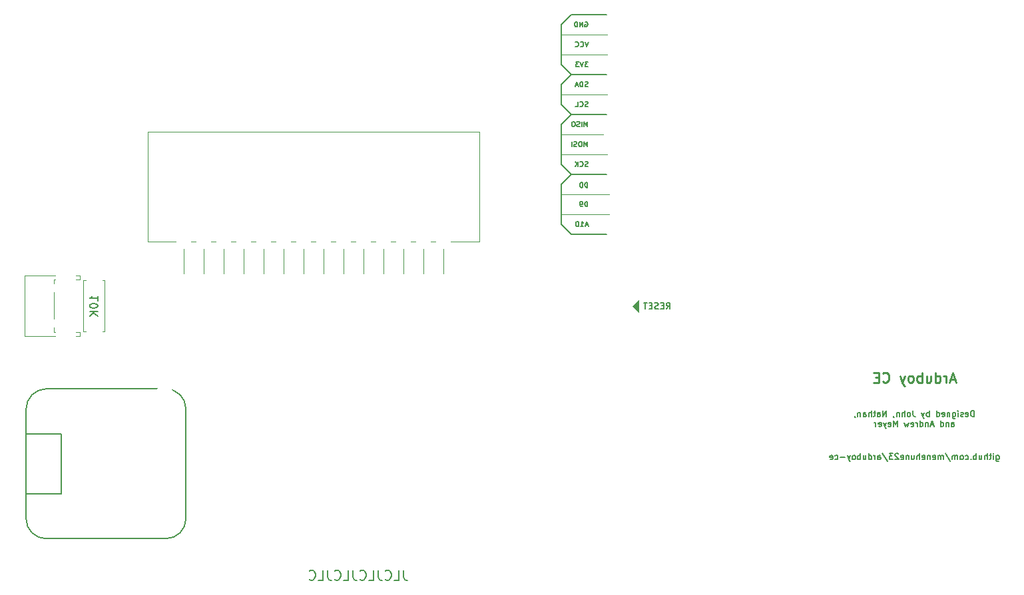
<source format=gbr>
G04 #@! TF.GenerationSoftware,KiCad,Pcbnew,(5.1.9-0-10_14)*
G04 #@! TF.CreationDate,2021-02-11T22:39:59-08:00*
G04 #@! TF.ProjectId,system,73797374-656d-42e6-9b69-6361645f7063,rev?*
G04 #@! TF.SameCoordinates,Original*
G04 #@! TF.FileFunction,Legend,Bot*
G04 #@! TF.FilePolarity,Positive*
%FSLAX46Y46*%
G04 Gerber Fmt 4.6, Leading zero omitted, Abs format (unit mm)*
G04 Created by KiCad (PCBNEW (5.1.9-0-10_14)) date 2021-02-11 22:39:59*
%MOMM*%
%LPD*%
G01*
G04 APERTURE LIST*
%ADD10C,0.200000*%
%ADD11C,0.254000*%
%ADD12C,0.127000*%
%ADD13C,0.150000*%
%ADD14C,0.100000*%
%ADD15C,0.120000*%
%ADD16C,2.101600*%
%ADD17C,3.851600*%
%ADD18C,1.851600*%
%ADD19C,1.401600*%
%ADD20C,0.609600*%
%ADD21O,1.801600X1.801600*%
%ADD22C,1.801600*%
%ADD23C,5.501599*%
%ADD24C,5.501600*%
%ADD25C,1.701600*%
%ADD26O,1.701600X1.701600*%
%ADD27C,1.625600*%
%ADD28C,2.201600*%
%ADD29C,1.621600*%
G04 APERTURE END LIST*
D10*
X151107238Y-151715476D02*
X151107238Y-152608333D01*
X151166761Y-152786904D01*
X151285809Y-152905952D01*
X151464380Y-152965476D01*
X151583428Y-152965476D01*
X149916761Y-152965476D02*
X150512000Y-152965476D01*
X150512000Y-151715476D01*
X148785809Y-152846428D02*
X148845333Y-152905952D01*
X149023904Y-152965476D01*
X149142952Y-152965476D01*
X149321523Y-152905952D01*
X149440571Y-152786904D01*
X149500095Y-152667857D01*
X149559619Y-152429761D01*
X149559619Y-152251190D01*
X149500095Y-152013095D01*
X149440571Y-151894047D01*
X149321523Y-151775000D01*
X149142952Y-151715476D01*
X149023904Y-151715476D01*
X148845333Y-151775000D01*
X148785809Y-151834523D01*
X147892952Y-151715476D02*
X147892952Y-152608333D01*
X147952476Y-152786904D01*
X148071523Y-152905952D01*
X148250095Y-152965476D01*
X148369142Y-152965476D01*
X146702476Y-152965476D02*
X147297714Y-152965476D01*
X147297714Y-151715476D01*
X145571523Y-152846428D02*
X145631047Y-152905952D01*
X145809619Y-152965476D01*
X145928666Y-152965476D01*
X146107238Y-152905952D01*
X146226285Y-152786904D01*
X146285809Y-152667857D01*
X146345333Y-152429761D01*
X146345333Y-152251190D01*
X146285809Y-152013095D01*
X146226285Y-151894047D01*
X146107238Y-151775000D01*
X145928666Y-151715476D01*
X145809619Y-151715476D01*
X145631047Y-151775000D01*
X145571523Y-151834523D01*
X144678666Y-151715476D02*
X144678666Y-152608333D01*
X144738190Y-152786904D01*
X144857238Y-152905952D01*
X145035809Y-152965476D01*
X145154857Y-152965476D01*
X143488190Y-152965476D02*
X144083428Y-152965476D01*
X144083428Y-151715476D01*
X142357238Y-152846428D02*
X142416761Y-152905952D01*
X142595333Y-152965476D01*
X142714380Y-152965476D01*
X142892952Y-152905952D01*
X143012000Y-152786904D01*
X143071523Y-152667857D01*
X143131047Y-152429761D01*
X143131047Y-152251190D01*
X143071523Y-152013095D01*
X143012000Y-151894047D01*
X142892952Y-151775000D01*
X142714380Y-151715476D01*
X142595333Y-151715476D01*
X142416761Y-151775000D01*
X142357238Y-151834523D01*
X141464380Y-151715476D02*
X141464380Y-152608333D01*
X141523904Y-152786904D01*
X141642952Y-152905952D01*
X141821523Y-152965476D01*
X141940571Y-152965476D01*
X140273904Y-152965476D02*
X140869142Y-152965476D01*
X140869142Y-151715476D01*
X139142952Y-152846428D02*
X139202476Y-152905952D01*
X139381047Y-152965476D01*
X139500095Y-152965476D01*
X139678666Y-152905952D01*
X139797714Y-152786904D01*
X139857238Y-152667857D01*
X139916761Y-152429761D01*
X139916761Y-152251190D01*
X139857238Y-152013095D01*
X139797714Y-151894047D01*
X139678666Y-151775000D01*
X139500095Y-151715476D01*
X139381047Y-151715476D01*
X139202476Y-151775000D01*
X139142952Y-151834523D01*
D11*
X221261214Y-127465666D02*
X220656452Y-127465666D01*
X221382166Y-127828523D02*
X220958833Y-126558523D01*
X220535500Y-127828523D01*
X220112166Y-127828523D02*
X220112166Y-126981857D01*
X220112166Y-127223761D02*
X220051690Y-127102809D01*
X219991214Y-127042333D01*
X219870261Y-126981857D01*
X219749309Y-126981857D01*
X218781690Y-127828523D02*
X218781690Y-126558523D01*
X218781690Y-127768047D02*
X218902642Y-127828523D01*
X219144547Y-127828523D01*
X219265500Y-127768047D01*
X219325976Y-127707571D01*
X219386452Y-127586619D01*
X219386452Y-127223761D01*
X219325976Y-127102809D01*
X219265500Y-127042333D01*
X219144547Y-126981857D01*
X218902642Y-126981857D01*
X218781690Y-127042333D01*
X217632642Y-126981857D02*
X217632642Y-127828523D01*
X218176928Y-126981857D02*
X218176928Y-127647095D01*
X218116452Y-127768047D01*
X217995500Y-127828523D01*
X217814071Y-127828523D01*
X217693119Y-127768047D01*
X217632642Y-127707571D01*
X217027880Y-127828523D02*
X217027880Y-126558523D01*
X217027880Y-127042333D02*
X216906928Y-126981857D01*
X216665023Y-126981857D01*
X216544071Y-127042333D01*
X216483595Y-127102809D01*
X216423119Y-127223761D01*
X216423119Y-127586619D01*
X216483595Y-127707571D01*
X216544071Y-127768047D01*
X216665023Y-127828523D01*
X216906928Y-127828523D01*
X217027880Y-127768047D01*
X215697404Y-127828523D02*
X215818357Y-127768047D01*
X215878833Y-127707571D01*
X215939309Y-127586619D01*
X215939309Y-127223761D01*
X215878833Y-127102809D01*
X215818357Y-127042333D01*
X215697404Y-126981857D01*
X215515976Y-126981857D01*
X215395023Y-127042333D01*
X215334547Y-127102809D01*
X215274071Y-127223761D01*
X215274071Y-127586619D01*
X215334547Y-127707571D01*
X215395023Y-127768047D01*
X215515976Y-127828523D01*
X215697404Y-127828523D01*
X214850738Y-126981857D02*
X214548357Y-127828523D01*
X214245976Y-126981857D02*
X214548357Y-127828523D01*
X214669309Y-128130904D01*
X214729785Y-128191380D01*
X214850738Y-128251857D01*
X212068833Y-127707571D02*
X212129309Y-127768047D01*
X212310738Y-127828523D01*
X212431690Y-127828523D01*
X212613119Y-127768047D01*
X212734071Y-127647095D01*
X212794547Y-127526142D01*
X212855023Y-127284238D01*
X212855023Y-127102809D01*
X212794547Y-126860904D01*
X212734071Y-126739952D01*
X212613119Y-126619000D01*
X212431690Y-126558523D01*
X212310738Y-126558523D01*
X212129309Y-126619000D01*
X212068833Y-126679476D01*
X211524547Y-127163285D02*
X211101214Y-127163285D01*
X210919785Y-127828523D02*
X211524547Y-127828523D01*
X211524547Y-126558523D01*
X210919785Y-126558523D01*
D12*
X223656071Y-132170714D02*
X223656071Y-131408714D01*
X223474642Y-131408714D01*
X223365785Y-131445000D01*
X223293214Y-131517571D01*
X223256928Y-131590142D01*
X223220642Y-131735285D01*
X223220642Y-131844142D01*
X223256928Y-131989285D01*
X223293214Y-132061857D01*
X223365785Y-132134428D01*
X223474642Y-132170714D01*
X223656071Y-132170714D01*
X222603785Y-132134428D02*
X222676357Y-132170714D01*
X222821500Y-132170714D01*
X222894071Y-132134428D01*
X222930357Y-132061857D01*
X222930357Y-131771571D01*
X222894071Y-131699000D01*
X222821500Y-131662714D01*
X222676357Y-131662714D01*
X222603785Y-131699000D01*
X222567500Y-131771571D01*
X222567500Y-131844142D01*
X222930357Y-131916714D01*
X222277214Y-132134428D02*
X222204642Y-132170714D01*
X222059500Y-132170714D01*
X221986928Y-132134428D01*
X221950642Y-132061857D01*
X221950642Y-132025571D01*
X221986928Y-131953000D01*
X222059500Y-131916714D01*
X222168357Y-131916714D01*
X222240928Y-131880428D01*
X222277214Y-131807857D01*
X222277214Y-131771571D01*
X222240928Y-131699000D01*
X222168357Y-131662714D01*
X222059500Y-131662714D01*
X221986928Y-131699000D01*
X221624071Y-132170714D02*
X221624071Y-131662714D01*
X221624071Y-131408714D02*
X221660357Y-131445000D01*
X221624071Y-131481285D01*
X221587785Y-131445000D01*
X221624071Y-131408714D01*
X221624071Y-131481285D01*
X220934642Y-131662714D02*
X220934642Y-132279571D01*
X220970928Y-132352142D01*
X221007214Y-132388428D01*
X221079785Y-132424714D01*
X221188642Y-132424714D01*
X221261214Y-132388428D01*
X220934642Y-132134428D02*
X221007214Y-132170714D01*
X221152357Y-132170714D01*
X221224928Y-132134428D01*
X221261214Y-132098142D01*
X221297500Y-132025571D01*
X221297500Y-131807857D01*
X221261214Y-131735285D01*
X221224928Y-131699000D01*
X221152357Y-131662714D01*
X221007214Y-131662714D01*
X220934642Y-131699000D01*
X220571785Y-131662714D02*
X220571785Y-132170714D01*
X220571785Y-131735285D02*
X220535500Y-131699000D01*
X220462928Y-131662714D01*
X220354071Y-131662714D01*
X220281500Y-131699000D01*
X220245214Y-131771571D01*
X220245214Y-132170714D01*
X219592071Y-132134428D02*
X219664642Y-132170714D01*
X219809785Y-132170714D01*
X219882357Y-132134428D01*
X219918642Y-132061857D01*
X219918642Y-131771571D01*
X219882357Y-131699000D01*
X219809785Y-131662714D01*
X219664642Y-131662714D01*
X219592071Y-131699000D01*
X219555785Y-131771571D01*
X219555785Y-131844142D01*
X219918642Y-131916714D01*
X218902642Y-132170714D02*
X218902642Y-131408714D01*
X218902642Y-132134428D02*
X218975214Y-132170714D01*
X219120357Y-132170714D01*
X219192928Y-132134428D01*
X219229214Y-132098142D01*
X219265500Y-132025571D01*
X219265500Y-131807857D01*
X219229214Y-131735285D01*
X219192928Y-131699000D01*
X219120357Y-131662714D01*
X218975214Y-131662714D01*
X218902642Y-131699000D01*
X217959214Y-132170714D02*
X217959214Y-131408714D01*
X217959214Y-131699000D02*
X217886642Y-131662714D01*
X217741500Y-131662714D01*
X217668928Y-131699000D01*
X217632642Y-131735285D01*
X217596357Y-131807857D01*
X217596357Y-132025571D01*
X217632642Y-132098142D01*
X217668928Y-132134428D01*
X217741500Y-132170714D01*
X217886642Y-132170714D01*
X217959214Y-132134428D01*
X217342357Y-131662714D02*
X217160928Y-132170714D01*
X216979500Y-131662714D02*
X217160928Y-132170714D01*
X217233500Y-132352142D01*
X217269785Y-132388428D01*
X217342357Y-132424714D01*
X215890928Y-131408714D02*
X215890928Y-131953000D01*
X215927214Y-132061857D01*
X215999785Y-132134428D01*
X216108642Y-132170714D01*
X216181214Y-132170714D01*
X215419214Y-132170714D02*
X215491785Y-132134428D01*
X215528071Y-132098142D01*
X215564357Y-132025571D01*
X215564357Y-131807857D01*
X215528071Y-131735285D01*
X215491785Y-131699000D01*
X215419214Y-131662714D01*
X215310357Y-131662714D01*
X215237785Y-131699000D01*
X215201500Y-131735285D01*
X215165214Y-131807857D01*
X215165214Y-132025571D01*
X215201500Y-132098142D01*
X215237785Y-132134428D01*
X215310357Y-132170714D01*
X215419214Y-132170714D01*
X214838642Y-132170714D02*
X214838642Y-131408714D01*
X214512071Y-132170714D02*
X214512071Y-131771571D01*
X214548357Y-131699000D01*
X214620928Y-131662714D01*
X214729785Y-131662714D01*
X214802357Y-131699000D01*
X214838642Y-131735285D01*
X214149214Y-131662714D02*
X214149214Y-132170714D01*
X214149214Y-131735285D02*
X214112928Y-131699000D01*
X214040357Y-131662714D01*
X213931500Y-131662714D01*
X213858928Y-131699000D01*
X213822642Y-131771571D01*
X213822642Y-132170714D01*
X213423500Y-132134428D02*
X213423500Y-132170714D01*
X213459785Y-132243285D01*
X213496071Y-132279571D01*
X212516357Y-132170714D02*
X212516357Y-131408714D01*
X212080928Y-132170714D01*
X212080928Y-131408714D01*
X211391500Y-132170714D02*
X211391500Y-131771571D01*
X211427785Y-131699000D01*
X211500357Y-131662714D01*
X211645500Y-131662714D01*
X211718071Y-131699000D01*
X211391500Y-132134428D02*
X211464071Y-132170714D01*
X211645500Y-132170714D01*
X211718071Y-132134428D01*
X211754357Y-132061857D01*
X211754357Y-131989285D01*
X211718071Y-131916714D01*
X211645500Y-131880428D01*
X211464071Y-131880428D01*
X211391500Y-131844142D01*
X211137500Y-131662714D02*
X210847214Y-131662714D01*
X211028642Y-131408714D02*
X211028642Y-132061857D01*
X210992357Y-132134428D01*
X210919785Y-132170714D01*
X210847214Y-132170714D01*
X210593214Y-132170714D02*
X210593214Y-131408714D01*
X210266642Y-132170714D02*
X210266642Y-131771571D01*
X210302928Y-131699000D01*
X210375500Y-131662714D01*
X210484357Y-131662714D01*
X210556928Y-131699000D01*
X210593214Y-131735285D01*
X209577214Y-132170714D02*
X209577214Y-131771571D01*
X209613500Y-131699000D01*
X209686071Y-131662714D01*
X209831214Y-131662714D01*
X209903785Y-131699000D01*
X209577214Y-132134428D02*
X209649785Y-132170714D01*
X209831214Y-132170714D01*
X209903785Y-132134428D01*
X209940071Y-132061857D01*
X209940071Y-131989285D01*
X209903785Y-131916714D01*
X209831214Y-131880428D01*
X209649785Y-131880428D01*
X209577214Y-131844142D01*
X209214357Y-131662714D02*
X209214357Y-132170714D01*
X209214357Y-131735285D02*
X209178071Y-131699000D01*
X209105500Y-131662714D01*
X208996642Y-131662714D01*
X208924071Y-131699000D01*
X208887785Y-131771571D01*
X208887785Y-132170714D01*
X208488642Y-132134428D02*
X208488642Y-132170714D01*
X208524928Y-132243285D01*
X208561214Y-132279571D01*
X220789500Y-133440714D02*
X220789500Y-133041571D01*
X220825785Y-132969000D01*
X220898357Y-132932714D01*
X221043500Y-132932714D01*
X221116071Y-132969000D01*
X220789500Y-133404428D02*
X220862071Y-133440714D01*
X221043500Y-133440714D01*
X221116071Y-133404428D01*
X221152357Y-133331857D01*
X221152357Y-133259285D01*
X221116071Y-133186714D01*
X221043500Y-133150428D01*
X220862071Y-133150428D01*
X220789500Y-133114142D01*
X220426642Y-132932714D02*
X220426642Y-133440714D01*
X220426642Y-133005285D02*
X220390357Y-132969000D01*
X220317785Y-132932714D01*
X220208928Y-132932714D01*
X220136357Y-132969000D01*
X220100071Y-133041571D01*
X220100071Y-133440714D01*
X219410642Y-133440714D02*
X219410642Y-132678714D01*
X219410642Y-133404428D02*
X219483214Y-133440714D01*
X219628357Y-133440714D01*
X219700928Y-133404428D01*
X219737214Y-133368142D01*
X219773500Y-133295571D01*
X219773500Y-133077857D01*
X219737214Y-133005285D01*
X219700928Y-132969000D01*
X219628357Y-132932714D01*
X219483214Y-132932714D01*
X219410642Y-132969000D01*
X218503500Y-133223000D02*
X218140642Y-133223000D01*
X218576071Y-133440714D02*
X218322071Y-132678714D01*
X218068071Y-133440714D01*
X217814071Y-132932714D02*
X217814071Y-133440714D01*
X217814071Y-133005285D02*
X217777785Y-132969000D01*
X217705214Y-132932714D01*
X217596357Y-132932714D01*
X217523785Y-132969000D01*
X217487500Y-133041571D01*
X217487500Y-133440714D01*
X216798071Y-133440714D02*
X216798071Y-132678714D01*
X216798071Y-133404428D02*
X216870642Y-133440714D01*
X217015785Y-133440714D01*
X217088357Y-133404428D01*
X217124642Y-133368142D01*
X217160928Y-133295571D01*
X217160928Y-133077857D01*
X217124642Y-133005285D01*
X217088357Y-132969000D01*
X217015785Y-132932714D01*
X216870642Y-132932714D01*
X216798071Y-132969000D01*
X216435214Y-133440714D02*
X216435214Y-132932714D01*
X216435214Y-133077857D02*
X216398928Y-133005285D01*
X216362642Y-132969000D01*
X216290071Y-132932714D01*
X216217500Y-132932714D01*
X215673214Y-133404428D02*
X215745785Y-133440714D01*
X215890928Y-133440714D01*
X215963500Y-133404428D01*
X215999785Y-133331857D01*
X215999785Y-133041571D01*
X215963500Y-132969000D01*
X215890928Y-132932714D01*
X215745785Y-132932714D01*
X215673214Y-132969000D01*
X215636928Y-133041571D01*
X215636928Y-133114142D01*
X215999785Y-133186714D01*
X215382928Y-132932714D02*
X215237785Y-133440714D01*
X215092642Y-133077857D01*
X214947500Y-133440714D01*
X214802357Y-132932714D01*
X213931500Y-133440714D02*
X213931500Y-132678714D01*
X213677500Y-133223000D01*
X213423500Y-132678714D01*
X213423500Y-133440714D01*
X212770357Y-133404428D02*
X212842928Y-133440714D01*
X212988071Y-133440714D01*
X213060642Y-133404428D01*
X213096928Y-133331857D01*
X213096928Y-133041571D01*
X213060642Y-132969000D01*
X212988071Y-132932714D01*
X212842928Y-132932714D01*
X212770357Y-132969000D01*
X212734071Y-133041571D01*
X212734071Y-133114142D01*
X213096928Y-133186714D01*
X212480071Y-132932714D02*
X212298642Y-133440714D01*
X212117214Y-132932714D02*
X212298642Y-133440714D01*
X212371214Y-133622142D01*
X212407500Y-133658428D01*
X212480071Y-133694714D01*
X211536642Y-133404428D02*
X211609214Y-133440714D01*
X211754357Y-133440714D01*
X211826928Y-133404428D01*
X211863214Y-133331857D01*
X211863214Y-133041571D01*
X211826928Y-132969000D01*
X211754357Y-132932714D01*
X211609214Y-132932714D01*
X211536642Y-132969000D01*
X211500357Y-133041571D01*
X211500357Y-133114142D01*
X211863214Y-133186714D01*
X211173785Y-133440714D02*
X211173785Y-132932714D01*
X211173785Y-133077857D02*
X211137500Y-133005285D01*
X211101214Y-132969000D01*
X211028642Y-132932714D01*
X210956071Y-132932714D01*
X226486357Y-137123714D02*
X226486357Y-137740571D01*
X226522642Y-137813142D01*
X226558928Y-137849428D01*
X226631500Y-137885714D01*
X226740357Y-137885714D01*
X226812928Y-137849428D01*
X226486357Y-137595428D02*
X226558928Y-137631714D01*
X226704071Y-137631714D01*
X226776642Y-137595428D01*
X226812928Y-137559142D01*
X226849214Y-137486571D01*
X226849214Y-137268857D01*
X226812928Y-137196285D01*
X226776642Y-137160000D01*
X226704071Y-137123714D01*
X226558928Y-137123714D01*
X226486357Y-137160000D01*
X226123500Y-137631714D02*
X226123500Y-137123714D01*
X226123500Y-136869714D02*
X226159785Y-136906000D01*
X226123500Y-136942285D01*
X226087214Y-136906000D01*
X226123500Y-136869714D01*
X226123500Y-136942285D01*
X225869500Y-137123714D02*
X225579214Y-137123714D01*
X225760642Y-136869714D02*
X225760642Y-137522857D01*
X225724357Y-137595428D01*
X225651785Y-137631714D01*
X225579214Y-137631714D01*
X225325214Y-137631714D02*
X225325214Y-136869714D01*
X224998642Y-137631714D02*
X224998642Y-137232571D01*
X225034928Y-137160000D01*
X225107500Y-137123714D01*
X225216357Y-137123714D01*
X225288928Y-137160000D01*
X225325214Y-137196285D01*
X224309214Y-137123714D02*
X224309214Y-137631714D01*
X224635785Y-137123714D02*
X224635785Y-137522857D01*
X224599500Y-137595428D01*
X224526928Y-137631714D01*
X224418071Y-137631714D01*
X224345500Y-137595428D01*
X224309214Y-137559142D01*
X223946357Y-137631714D02*
X223946357Y-136869714D01*
X223946357Y-137160000D02*
X223873785Y-137123714D01*
X223728642Y-137123714D01*
X223656071Y-137160000D01*
X223619785Y-137196285D01*
X223583500Y-137268857D01*
X223583500Y-137486571D01*
X223619785Y-137559142D01*
X223656071Y-137595428D01*
X223728642Y-137631714D01*
X223873785Y-137631714D01*
X223946357Y-137595428D01*
X223256928Y-137559142D02*
X223220642Y-137595428D01*
X223256928Y-137631714D01*
X223293214Y-137595428D01*
X223256928Y-137559142D01*
X223256928Y-137631714D01*
X222567500Y-137595428D02*
X222640071Y-137631714D01*
X222785214Y-137631714D01*
X222857785Y-137595428D01*
X222894071Y-137559142D01*
X222930357Y-137486571D01*
X222930357Y-137268857D01*
X222894071Y-137196285D01*
X222857785Y-137160000D01*
X222785214Y-137123714D01*
X222640071Y-137123714D01*
X222567500Y-137160000D01*
X222132071Y-137631714D02*
X222204642Y-137595428D01*
X222240928Y-137559142D01*
X222277214Y-137486571D01*
X222277214Y-137268857D01*
X222240928Y-137196285D01*
X222204642Y-137160000D01*
X222132071Y-137123714D01*
X222023214Y-137123714D01*
X221950642Y-137160000D01*
X221914357Y-137196285D01*
X221878071Y-137268857D01*
X221878071Y-137486571D01*
X221914357Y-137559142D01*
X221950642Y-137595428D01*
X222023214Y-137631714D01*
X222132071Y-137631714D01*
X221551500Y-137631714D02*
X221551500Y-137123714D01*
X221551500Y-137196285D02*
X221515214Y-137160000D01*
X221442642Y-137123714D01*
X221333785Y-137123714D01*
X221261214Y-137160000D01*
X221224928Y-137232571D01*
X221224928Y-137631714D01*
X221224928Y-137232571D02*
X221188642Y-137160000D01*
X221116071Y-137123714D01*
X221007214Y-137123714D01*
X220934642Y-137160000D01*
X220898357Y-137232571D01*
X220898357Y-137631714D01*
X219991214Y-136833428D02*
X220644357Y-137813142D01*
X219737214Y-137631714D02*
X219737214Y-137123714D01*
X219737214Y-137196285D02*
X219700928Y-137160000D01*
X219628357Y-137123714D01*
X219519500Y-137123714D01*
X219446928Y-137160000D01*
X219410642Y-137232571D01*
X219410642Y-137631714D01*
X219410642Y-137232571D02*
X219374357Y-137160000D01*
X219301785Y-137123714D01*
X219192928Y-137123714D01*
X219120357Y-137160000D01*
X219084071Y-137232571D01*
X219084071Y-137631714D01*
X218430928Y-137595428D02*
X218503500Y-137631714D01*
X218648642Y-137631714D01*
X218721214Y-137595428D01*
X218757500Y-137522857D01*
X218757500Y-137232571D01*
X218721214Y-137160000D01*
X218648642Y-137123714D01*
X218503500Y-137123714D01*
X218430928Y-137160000D01*
X218394642Y-137232571D01*
X218394642Y-137305142D01*
X218757500Y-137377714D01*
X218068071Y-137123714D02*
X218068071Y-137631714D01*
X218068071Y-137196285D02*
X218031785Y-137160000D01*
X217959214Y-137123714D01*
X217850357Y-137123714D01*
X217777785Y-137160000D01*
X217741500Y-137232571D01*
X217741500Y-137631714D01*
X217088357Y-137595428D02*
X217160928Y-137631714D01*
X217306071Y-137631714D01*
X217378642Y-137595428D01*
X217414928Y-137522857D01*
X217414928Y-137232571D01*
X217378642Y-137160000D01*
X217306071Y-137123714D01*
X217160928Y-137123714D01*
X217088357Y-137160000D01*
X217052071Y-137232571D01*
X217052071Y-137305142D01*
X217414928Y-137377714D01*
X216725500Y-137631714D02*
X216725500Y-136869714D01*
X216398928Y-137631714D02*
X216398928Y-137232571D01*
X216435214Y-137160000D01*
X216507785Y-137123714D01*
X216616642Y-137123714D01*
X216689214Y-137160000D01*
X216725500Y-137196285D01*
X215709500Y-137123714D02*
X215709500Y-137631714D01*
X216036071Y-137123714D02*
X216036071Y-137522857D01*
X215999785Y-137595428D01*
X215927214Y-137631714D01*
X215818357Y-137631714D01*
X215745785Y-137595428D01*
X215709500Y-137559142D01*
X215346642Y-137123714D02*
X215346642Y-137631714D01*
X215346642Y-137196285D02*
X215310357Y-137160000D01*
X215237785Y-137123714D01*
X215128928Y-137123714D01*
X215056357Y-137160000D01*
X215020071Y-137232571D01*
X215020071Y-137631714D01*
X214366928Y-137595428D02*
X214439500Y-137631714D01*
X214584642Y-137631714D01*
X214657214Y-137595428D01*
X214693500Y-137522857D01*
X214693500Y-137232571D01*
X214657214Y-137160000D01*
X214584642Y-137123714D01*
X214439500Y-137123714D01*
X214366928Y-137160000D01*
X214330642Y-137232571D01*
X214330642Y-137305142D01*
X214693500Y-137377714D01*
X214040357Y-136942285D02*
X214004071Y-136906000D01*
X213931500Y-136869714D01*
X213750071Y-136869714D01*
X213677500Y-136906000D01*
X213641214Y-136942285D01*
X213604928Y-137014857D01*
X213604928Y-137087428D01*
X213641214Y-137196285D01*
X214076642Y-137631714D01*
X213604928Y-137631714D01*
X213350928Y-136869714D02*
X212879214Y-136869714D01*
X213133214Y-137160000D01*
X213024357Y-137160000D01*
X212951785Y-137196285D01*
X212915500Y-137232571D01*
X212879214Y-137305142D01*
X212879214Y-137486571D01*
X212915500Y-137559142D01*
X212951785Y-137595428D01*
X213024357Y-137631714D01*
X213242071Y-137631714D01*
X213314642Y-137595428D01*
X213350928Y-137559142D01*
X212008357Y-136833428D02*
X212661500Y-137813142D01*
X211427785Y-137631714D02*
X211427785Y-137232571D01*
X211464071Y-137160000D01*
X211536642Y-137123714D01*
X211681785Y-137123714D01*
X211754357Y-137160000D01*
X211427785Y-137595428D02*
X211500357Y-137631714D01*
X211681785Y-137631714D01*
X211754357Y-137595428D01*
X211790642Y-137522857D01*
X211790642Y-137450285D01*
X211754357Y-137377714D01*
X211681785Y-137341428D01*
X211500357Y-137341428D01*
X211427785Y-137305142D01*
X211064928Y-137631714D02*
X211064928Y-137123714D01*
X211064928Y-137268857D02*
X211028642Y-137196285D01*
X210992357Y-137160000D01*
X210919785Y-137123714D01*
X210847214Y-137123714D01*
X210266642Y-137631714D02*
X210266642Y-136869714D01*
X210266642Y-137595428D02*
X210339214Y-137631714D01*
X210484357Y-137631714D01*
X210556928Y-137595428D01*
X210593214Y-137559142D01*
X210629500Y-137486571D01*
X210629500Y-137268857D01*
X210593214Y-137196285D01*
X210556928Y-137160000D01*
X210484357Y-137123714D01*
X210339214Y-137123714D01*
X210266642Y-137160000D01*
X209577214Y-137123714D02*
X209577214Y-137631714D01*
X209903785Y-137123714D02*
X209903785Y-137522857D01*
X209867500Y-137595428D01*
X209794928Y-137631714D01*
X209686071Y-137631714D01*
X209613500Y-137595428D01*
X209577214Y-137559142D01*
X209214357Y-137631714D02*
X209214357Y-136869714D01*
X209214357Y-137160000D02*
X209141785Y-137123714D01*
X208996642Y-137123714D01*
X208924071Y-137160000D01*
X208887785Y-137196285D01*
X208851500Y-137268857D01*
X208851500Y-137486571D01*
X208887785Y-137559142D01*
X208924071Y-137595428D01*
X208996642Y-137631714D01*
X209141785Y-137631714D01*
X209214357Y-137595428D01*
X208416071Y-137631714D02*
X208488642Y-137595428D01*
X208524928Y-137559142D01*
X208561214Y-137486571D01*
X208561214Y-137268857D01*
X208524928Y-137196285D01*
X208488642Y-137160000D01*
X208416071Y-137123714D01*
X208307214Y-137123714D01*
X208234642Y-137160000D01*
X208198357Y-137196285D01*
X208162071Y-137268857D01*
X208162071Y-137486571D01*
X208198357Y-137559142D01*
X208234642Y-137595428D01*
X208307214Y-137631714D01*
X208416071Y-137631714D01*
X207908071Y-137123714D02*
X207726642Y-137631714D01*
X207545214Y-137123714D02*
X207726642Y-137631714D01*
X207799214Y-137813142D01*
X207835500Y-137849428D01*
X207908071Y-137885714D01*
X207254928Y-137341428D02*
X206674357Y-137341428D01*
X205984928Y-137595428D02*
X206057500Y-137631714D01*
X206202642Y-137631714D01*
X206275214Y-137595428D01*
X206311500Y-137559142D01*
X206347785Y-137486571D01*
X206347785Y-137268857D01*
X206311500Y-137196285D01*
X206275214Y-137160000D01*
X206202642Y-137123714D01*
X206057500Y-137123714D01*
X205984928Y-137160000D01*
X205368071Y-137595428D02*
X205440642Y-137631714D01*
X205585785Y-137631714D01*
X205658357Y-137595428D01*
X205694642Y-137522857D01*
X205694642Y-137232571D01*
X205658357Y-137160000D01*
X205585785Y-137123714D01*
X205440642Y-137123714D01*
X205368071Y-137160000D01*
X205331785Y-137232571D01*
X205331785Y-137305142D01*
X205694642Y-137377714D01*
D13*
X184551928Y-118471904D02*
X184818595Y-118090952D01*
X185009071Y-118471904D02*
X185009071Y-117671904D01*
X184704309Y-117671904D01*
X184628119Y-117710000D01*
X184590023Y-117748095D01*
X184551928Y-117824285D01*
X184551928Y-117938571D01*
X184590023Y-118014761D01*
X184628119Y-118052857D01*
X184704309Y-118090952D01*
X185009071Y-118090952D01*
X184209071Y-118052857D02*
X183942404Y-118052857D01*
X183828119Y-118471904D02*
X184209071Y-118471904D01*
X184209071Y-117671904D01*
X183828119Y-117671904D01*
X183523357Y-118433809D02*
X183409071Y-118471904D01*
X183218595Y-118471904D01*
X183142404Y-118433809D01*
X183104309Y-118395714D01*
X183066214Y-118319523D01*
X183066214Y-118243333D01*
X183104309Y-118167142D01*
X183142404Y-118129047D01*
X183218595Y-118090952D01*
X183370976Y-118052857D01*
X183447166Y-118014761D01*
X183485261Y-117976666D01*
X183523357Y-117900476D01*
X183523357Y-117824285D01*
X183485261Y-117748095D01*
X183447166Y-117710000D01*
X183370976Y-117671904D01*
X183180500Y-117671904D01*
X183066214Y-117710000D01*
X182723357Y-118052857D02*
X182456690Y-118052857D01*
X182342404Y-118471904D02*
X182723357Y-118471904D01*
X182723357Y-117671904D01*
X182342404Y-117671904D01*
X182113833Y-117671904D02*
X181656690Y-117671904D01*
X181885261Y-118471904D02*
X181885261Y-117671904D01*
D14*
G36*
X181038500Y-118872000D02*
G01*
X180276500Y-118110000D01*
X181038500Y-117348000D01*
X181038500Y-118872000D01*
G37*
X181038500Y-118872000D02*
X180276500Y-118110000D01*
X181038500Y-117348000D01*
X181038500Y-118872000D01*
D15*
X160780000Y-95920000D02*
X118620000Y-95920000D01*
X118620000Y-109920000D02*
X118620000Y-95920000D01*
X123190000Y-115000000D02*
X123190000Y-109920000D01*
X125730000Y-115000000D02*
X125730000Y-109920000D01*
X128270000Y-115000000D02*
X128270000Y-109920000D01*
X130810000Y-115000000D02*
X130810000Y-109920000D01*
X133350000Y-115000000D02*
X133350000Y-109920000D01*
X135890000Y-115000000D02*
X135890000Y-109920000D01*
X138430000Y-115000000D02*
X138430000Y-109920000D01*
X140970000Y-115000000D02*
X140970000Y-109920000D01*
X143510000Y-115000000D02*
X143510000Y-109920000D01*
X146050000Y-115000000D02*
X146050000Y-109920000D01*
X148590000Y-115000000D02*
X148590000Y-109920000D01*
X151130000Y-115000000D02*
X151130000Y-109920000D01*
X153670000Y-115000000D02*
X153670000Y-109920000D01*
X156210000Y-115000000D02*
X156210000Y-109920000D01*
X160780000Y-109920000D02*
X118620000Y-109920000D01*
X160780000Y-109920000D02*
X160780000Y-95920000D01*
D14*
X171196000Y-106426000D02*
X177292000Y-106426000D01*
D13*
X172466000Y-81026000D02*
X176911000Y-81026000D01*
X171196000Y-87376000D02*
X171196000Y-82296000D01*
X172466000Y-81026000D02*
X171196000Y-82296000D01*
X172466000Y-108966000D02*
X171196000Y-107696000D01*
X172466000Y-101346000D02*
X171196000Y-102616000D01*
X172466000Y-101346000D02*
X176911000Y-101346000D01*
D14*
X171196000Y-83566000D02*
X177038000Y-83566000D01*
X171196000Y-86106000D02*
X177038000Y-86106000D01*
X171196000Y-91186000D02*
X177038000Y-91186000D01*
X171196000Y-96266000D02*
X177038000Y-96266000D01*
X171196000Y-98806000D02*
X177038000Y-98806000D01*
X171196000Y-103886000D02*
X177292000Y-103886000D01*
D13*
X172466000Y-88646000D02*
X171196000Y-87376000D01*
X172466000Y-88646000D02*
X171196000Y-89916000D01*
X171196000Y-92456000D02*
X171196000Y-89916000D01*
X172466000Y-88646000D02*
X176911000Y-88646000D01*
X172466000Y-93726000D02*
X171196000Y-92456000D01*
X172466000Y-93726000D02*
X176911000Y-93726000D01*
X172466000Y-93726000D02*
X171196000Y-94996000D01*
X172466000Y-101346000D02*
X171196000Y-100076000D01*
X171196000Y-100076000D02*
X171196000Y-94996000D01*
X171196000Y-107696000D02*
X171196000Y-102616000D01*
X172466000Y-108966000D02*
X176911000Y-108966000D01*
D15*
X113130000Y-121380000D02*
X112800000Y-121380000D01*
X113130000Y-114840000D02*
X113130000Y-121380000D01*
X112800000Y-114840000D02*
X113130000Y-114840000D01*
X110390000Y-121380000D02*
X110720000Y-121380000D01*
X110390000Y-114840000D02*
X110390000Y-121380000D01*
X110720000Y-114840000D02*
X110390000Y-114840000D01*
X106634000Y-116374000D02*
X106634000Y-119774000D01*
X106634000Y-114734000D02*
X106634000Y-115274000D01*
X109464000Y-121934000D02*
X109974000Y-121934000D01*
X109974000Y-121414000D02*
X109974000Y-121934000D01*
X109464000Y-121414000D02*
X109974000Y-121414000D01*
X106634000Y-120874000D02*
X106634000Y-121414000D01*
X109464000Y-114214000D02*
X109974000Y-114214000D01*
X109464000Y-114734000D02*
X109974000Y-114734000D01*
X106634000Y-121414000D02*
X106864000Y-121414000D01*
X102964000Y-114214000D02*
X106864000Y-114214000D01*
X109974000Y-114214000D02*
X109974000Y-114734000D01*
X102964000Y-121934000D02*
X106864000Y-121934000D01*
X102964000Y-114214000D02*
X102964000Y-121934000D01*
X106634000Y-114734000D02*
X106864000Y-114734000D01*
D13*
X107569000Y-134366000D02*
X103124000Y-134366000D01*
X107569000Y-141986000D02*
X107569000Y-134366000D01*
X103124000Y-141986000D02*
X107569000Y-141986000D01*
X120904000Y-147701000D02*
X105664000Y-147701000D01*
X120904000Y-128651000D02*
X105664000Y-128651000D01*
X103124000Y-145161000D02*
X103124000Y-131191000D01*
X123444000Y-145161000D02*
X123444000Y-131191000D01*
X120904000Y-147701000D02*
G75*
G03*
X123444000Y-145161000I0J2540000D01*
G01*
X103124000Y-145161000D02*
G75*
G03*
X105664000Y-147701000I2540000J0D01*
G01*
X105664000Y-128651000D02*
G75*
G03*
X103124000Y-131191000I0J-2540000D01*
G01*
X123444000Y-131191000D02*
G75*
G03*
X120904000Y-128651000I-2540000J0D01*
G01*
D12*
X174518259Y-103013261D02*
X174518259Y-102378261D01*
X174367069Y-102378261D01*
X174276354Y-102408500D01*
X174215878Y-102468976D01*
X174185640Y-102529452D01*
X174155402Y-102650404D01*
X174155402Y-102741119D01*
X174185640Y-102862071D01*
X174215878Y-102922547D01*
X174276354Y-102983023D01*
X174367069Y-103013261D01*
X174518259Y-103013261D01*
X173762307Y-102378261D02*
X173701830Y-102378261D01*
X173641354Y-102408500D01*
X173611116Y-102438738D01*
X173580878Y-102499214D01*
X173550640Y-102620166D01*
X173550640Y-102771357D01*
X173580878Y-102892309D01*
X173611116Y-102952785D01*
X173641354Y-102983023D01*
X173701830Y-103013261D01*
X173762307Y-103013261D01*
X173822783Y-102983023D01*
X173853021Y-102952785D01*
X173883259Y-102892309D01*
X173913497Y-102771357D01*
X173913497Y-102620166D01*
X173883259Y-102499214D01*
X173853021Y-102438738D01*
X173822783Y-102408500D01*
X173762307Y-102378261D01*
X174548497Y-107801833D02*
X174246116Y-107801833D01*
X174608973Y-107983261D02*
X174397307Y-107348261D01*
X174185640Y-107983261D01*
X173641354Y-107983261D02*
X174004211Y-107983261D01*
X173822783Y-107983261D02*
X173822783Y-107348261D01*
X173883259Y-107438976D01*
X173943735Y-107499452D01*
X174004211Y-107529690D01*
X173248259Y-107348261D02*
X173187783Y-107348261D01*
X173127307Y-107378500D01*
X173097069Y-107408738D01*
X173066830Y-107469214D01*
X173036592Y-107590166D01*
X173036592Y-107741357D01*
X173066830Y-107862309D01*
X173097069Y-107922785D01*
X173127307Y-107953023D01*
X173187783Y-107983261D01*
X173248259Y-107983261D01*
X173308735Y-107953023D01*
X173338973Y-107922785D01*
X173369211Y-107862309D01*
X173399450Y-107741357D01*
X173399450Y-107590166D01*
X173369211Y-107469214D01*
X173338973Y-107408738D01*
X173308735Y-107378500D01*
X173248259Y-107348261D01*
X174518259Y-105443261D02*
X174518259Y-104808261D01*
X174367069Y-104808261D01*
X174276354Y-104838500D01*
X174215878Y-104898976D01*
X174185640Y-104959452D01*
X174155402Y-105080404D01*
X174155402Y-105171119D01*
X174185640Y-105292071D01*
X174215878Y-105352547D01*
X174276354Y-105413023D01*
X174367069Y-105443261D01*
X174518259Y-105443261D01*
X173853021Y-105443261D02*
X173732069Y-105443261D01*
X173671592Y-105413023D01*
X173641354Y-105382785D01*
X173580878Y-105292071D01*
X173550640Y-105171119D01*
X173550640Y-104929214D01*
X173580878Y-104868738D01*
X173611116Y-104838500D01*
X173671592Y-104808261D01*
X173792545Y-104808261D01*
X173853021Y-104838500D01*
X173883259Y-104868738D01*
X173913497Y-104929214D01*
X173913497Y-105080404D01*
X173883259Y-105140880D01*
X173853021Y-105171119D01*
X173792545Y-105201357D01*
X173671592Y-105201357D01*
X173611116Y-105171119D01*
X173580878Y-105140880D01*
X173550640Y-105080404D01*
X174548497Y-92713023D02*
X174457783Y-92743261D01*
X174306592Y-92743261D01*
X174246116Y-92713023D01*
X174215878Y-92682785D01*
X174185640Y-92622309D01*
X174185640Y-92561833D01*
X174215878Y-92501357D01*
X174246116Y-92471119D01*
X174306592Y-92440880D01*
X174427545Y-92410642D01*
X174488021Y-92380404D01*
X174518259Y-92350166D01*
X174548497Y-92289690D01*
X174548497Y-92229214D01*
X174518259Y-92168738D01*
X174488021Y-92138500D01*
X174427545Y-92108261D01*
X174276354Y-92108261D01*
X174185640Y-92138500D01*
X173550640Y-92682785D02*
X173580878Y-92713023D01*
X173671592Y-92743261D01*
X173732069Y-92743261D01*
X173822783Y-92713023D01*
X173883259Y-92652547D01*
X173913497Y-92592071D01*
X173943735Y-92471119D01*
X173943735Y-92380404D01*
X173913497Y-92259452D01*
X173883259Y-92198976D01*
X173822783Y-92138500D01*
X173732069Y-92108261D01*
X173671592Y-92108261D01*
X173580878Y-92138500D01*
X173550640Y-92168738D01*
X172976116Y-92743261D02*
X173278497Y-92743261D01*
X173278497Y-92108261D01*
X174518259Y-95283261D02*
X174518259Y-94648261D01*
X174306592Y-95101833D01*
X174094926Y-94648261D01*
X174094926Y-95283261D01*
X173792545Y-95283261D02*
X173792545Y-94648261D01*
X173520402Y-95253023D02*
X173429688Y-95283261D01*
X173278497Y-95283261D01*
X173218021Y-95253023D01*
X173187783Y-95222785D01*
X173157545Y-95162309D01*
X173157545Y-95101833D01*
X173187783Y-95041357D01*
X173218021Y-95011119D01*
X173278497Y-94980880D01*
X173399450Y-94950642D01*
X173459926Y-94920404D01*
X173490164Y-94890166D01*
X173520402Y-94829690D01*
X173520402Y-94769214D01*
X173490164Y-94708738D01*
X173459926Y-94678500D01*
X173399450Y-94648261D01*
X173248259Y-94648261D01*
X173157545Y-94678500D01*
X172764450Y-94648261D02*
X172643497Y-94648261D01*
X172583021Y-94678500D01*
X172522545Y-94738976D01*
X172492307Y-94859928D01*
X172492307Y-95071595D01*
X172522545Y-95192547D01*
X172583021Y-95253023D01*
X172643497Y-95283261D01*
X172764450Y-95283261D01*
X172824926Y-95253023D01*
X172885402Y-95192547D01*
X172915640Y-95071595D01*
X172915640Y-94859928D01*
X172885402Y-94738976D01*
X172824926Y-94678500D01*
X172764450Y-94648261D01*
X174548497Y-100333023D02*
X174457783Y-100363261D01*
X174306592Y-100363261D01*
X174246116Y-100333023D01*
X174215878Y-100302785D01*
X174185640Y-100242309D01*
X174185640Y-100181833D01*
X174215878Y-100121357D01*
X174246116Y-100091119D01*
X174306592Y-100060880D01*
X174427545Y-100030642D01*
X174488021Y-100000404D01*
X174518259Y-99970166D01*
X174548497Y-99909690D01*
X174548497Y-99849214D01*
X174518259Y-99788738D01*
X174488021Y-99758500D01*
X174427545Y-99728261D01*
X174276354Y-99728261D01*
X174185640Y-99758500D01*
X173550640Y-100302785D02*
X173580878Y-100333023D01*
X173671592Y-100363261D01*
X173732069Y-100363261D01*
X173822783Y-100333023D01*
X173883259Y-100272547D01*
X173913497Y-100212071D01*
X173943735Y-100091119D01*
X173943735Y-100000404D01*
X173913497Y-99879452D01*
X173883259Y-99818976D01*
X173822783Y-99758500D01*
X173732069Y-99728261D01*
X173671592Y-99728261D01*
X173580878Y-99758500D01*
X173550640Y-99788738D01*
X173278497Y-100363261D02*
X173278497Y-99728261D01*
X172915640Y-100363261D02*
X173187783Y-100000404D01*
X172915640Y-99728261D02*
X173278497Y-100091119D01*
X174608973Y-84488261D02*
X174397307Y-85123261D01*
X174185640Y-84488261D01*
X173611116Y-85062785D02*
X173641354Y-85093023D01*
X173732069Y-85123261D01*
X173792545Y-85123261D01*
X173883259Y-85093023D01*
X173943735Y-85032547D01*
X173973973Y-84972071D01*
X174004211Y-84851119D01*
X174004211Y-84760404D01*
X173973973Y-84639452D01*
X173943735Y-84578976D01*
X173883259Y-84518500D01*
X173792545Y-84488261D01*
X173732069Y-84488261D01*
X173641354Y-84518500D01*
X173611116Y-84548738D01*
X172976116Y-85062785D02*
X173006354Y-85093023D01*
X173097069Y-85123261D01*
X173157545Y-85123261D01*
X173248259Y-85093023D01*
X173308735Y-85032547D01*
X173338973Y-84972071D01*
X173369211Y-84851119D01*
X173369211Y-84760404D01*
X173338973Y-84639452D01*
X173308735Y-84578976D01*
X173248259Y-84518500D01*
X173157545Y-84488261D01*
X173097069Y-84488261D01*
X173006354Y-84518500D01*
X172976116Y-84548738D01*
X174518259Y-97823261D02*
X174518259Y-97188261D01*
X174306592Y-97641833D01*
X174094926Y-97188261D01*
X174094926Y-97823261D01*
X173671592Y-97188261D02*
X173550640Y-97188261D01*
X173490164Y-97218500D01*
X173429688Y-97278976D01*
X173399450Y-97399928D01*
X173399450Y-97611595D01*
X173429688Y-97732547D01*
X173490164Y-97793023D01*
X173550640Y-97823261D01*
X173671592Y-97823261D01*
X173732069Y-97793023D01*
X173792545Y-97732547D01*
X173822783Y-97611595D01*
X173822783Y-97399928D01*
X173792545Y-97278976D01*
X173732069Y-97218500D01*
X173671592Y-97188261D01*
X173157545Y-97793023D02*
X173066830Y-97823261D01*
X172915640Y-97823261D01*
X172855164Y-97793023D01*
X172824926Y-97762785D01*
X172794688Y-97702309D01*
X172794688Y-97641833D01*
X172824926Y-97581357D01*
X172855164Y-97551119D01*
X172915640Y-97520880D01*
X173036592Y-97490642D01*
X173097069Y-97460404D01*
X173127307Y-97430166D01*
X173157545Y-97369690D01*
X173157545Y-97309214D01*
X173127307Y-97248738D01*
X173097069Y-97218500D01*
X173036592Y-97188261D01*
X172885402Y-97188261D01*
X172794688Y-97218500D01*
X172522545Y-97823261D02*
X172522545Y-97188261D01*
X174548497Y-90173023D02*
X174457783Y-90203261D01*
X174306592Y-90203261D01*
X174246116Y-90173023D01*
X174215878Y-90142785D01*
X174185640Y-90082309D01*
X174185640Y-90021833D01*
X174215878Y-89961357D01*
X174246116Y-89931119D01*
X174306592Y-89900880D01*
X174427545Y-89870642D01*
X174488021Y-89840404D01*
X174518259Y-89810166D01*
X174548497Y-89749690D01*
X174548497Y-89689214D01*
X174518259Y-89628738D01*
X174488021Y-89598500D01*
X174427545Y-89568261D01*
X174276354Y-89568261D01*
X174185640Y-89598500D01*
X173913497Y-90203261D02*
X173913497Y-89568261D01*
X173762307Y-89568261D01*
X173671592Y-89598500D01*
X173611116Y-89658976D01*
X173580878Y-89719452D01*
X173550640Y-89840404D01*
X173550640Y-89931119D01*
X173580878Y-90052071D01*
X173611116Y-90112547D01*
X173671592Y-90173023D01*
X173762307Y-90203261D01*
X173913497Y-90203261D01*
X173308735Y-90021833D02*
X173006354Y-90021833D01*
X173369211Y-90203261D02*
X173157545Y-89568261D01*
X172945878Y-90203261D01*
X174578735Y-87028261D02*
X174185640Y-87028261D01*
X174397307Y-87270166D01*
X174306592Y-87270166D01*
X174246116Y-87300404D01*
X174215878Y-87330642D01*
X174185640Y-87391119D01*
X174185640Y-87542309D01*
X174215878Y-87602785D01*
X174246116Y-87633023D01*
X174306592Y-87663261D01*
X174488021Y-87663261D01*
X174548497Y-87633023D01*
X174578735Y-87602785D01*
X174004211Y-87028261D02*
X173792545Y-87663261D01*
X173580878Y-87028261D01*
X173429688Y-87028261D02*
X173036592Y-87028261D01*
X173248259Y-87270166D01*
X173157545Y-87270166D01*
X173097069Y-87300404D01*
X173066830Y-87330642D01*
X173036592Y-87391119D01*
X173036592Y-87542309D01*
X173066830Y-87602785D01*
X173097069Y-87633023D01*
X173157545Y-87663261D01*
X173338973Y-87663261D01*
X173399450Y-87633023D01*
X173429688Y-87602785D01*
X174185640Y-81978500D02*
X174246116Y-81948261D01*
X174336830Y-81948261D01*
X174427545Y-81978500D01*
X174488021Y-82038976D01*
X174518259Y-82099452D01*
X174548497Y-82220404D01*
X174548497Y-82311119D01*
X174518259Y-82432071D01*
X174488021Y-82492547D01*
X174427545Y-82553023D01*
X174336830Y-82583261D01*
X174276354Y-82583261D01*
X174185640Y-82553023D01*
X174155402Y-82522785D01*
X174155402Y-82311119D01*
X174276354Y-82311119D01*
X173883259Y-82583261D02*
X173883259Y-81948261D01*
X173520402Y-82583261D01*
X173520402Y-81948261D01*
X173218021Y-82583261D02*
X173218021Y-81948261D01*
X173066830Y-81948261D01*
X172976116Y-81978500D01*
X172915640Y-82038976D01*
X172885402Y-82099452D01*
X172855164Y-82220404D01*
X172855164Y-82311119D01*
X172885402Y-82432071D01*
X172915640Y-82492547D01*
X172976116Y-82553023D01*
X173066830Y-82583261D01*
X173218021Y-82583261D01*
D13*
X112212380Y-117419523D02*
X112212380Y-116848095D01*
X112212380Y-117133809D02*
X111212380Y-117133809D01*
X111355238Y-117038571D01*
X111450476Y-116943333D01*
X111498095Y-116848095D01*
X111212380Y-118038571D02*
X111212380Y-118133809D01*
X111260000Y-118229047D01*
X111307619Y-118276666D01*
X111402857Y-118324285D01*
X111593333Y-118371904D01*
X111831428Y-118371904D01*
X112021904Y-118324285D01*
X112117142Y-118276666D01*
X112164761Y-118229047D01*
X112212380Y-118133809D01*
X112212380Y-118038571D01*
X112164761Y-117943333D01*
X112117142Y-117895714D01*
X112021904Y-117848095D01*
X111831428Y-117800476D01*
X111593333Y-117800476D01*
X111402857Y-117848095D01*
X111307619Y-117895714D01*
X111260000Y-117943333D01*
X111212380Y-118038571D01*
X112212380Y-118800476D02*
X111212380Y-118800476D01*
X112212380Y-119371904D02*
X111640952Y-118943333D01*
X111212380Y-119371904D02*
X111783809Y-118800476D01*
%LPC*%
D14*
G36*
X182753000Y-138684000D02*
G01*
X181356000Y-138430000D01*
X180594000Y-135763000D01*
X182753000Y-138684000D01*
G37*
X182753000Y-138684000D02*
X181356000Y-138430000D01*
X180594000Y-135763000D01*
X182753000Y-138684000D01*
G36*
X181737000Y-138176000D02*
G01*
X182499000Y-140843000D01*
X180340000Y-137922000D01*
X181737000Y-138176000D01*
G37*
X181737000Y-138176000D02*
X182499000Y-140843000D01*
X180340000Y-137922000D01*
X181737000Y-138176000D01*
D16*
X153852000Y-138303000D03*
X149352000Y-138303000D03*
X153852000Y-131803000D03*
X149352000Y-131803000D03*
X163631000Y-133350000D03*
X159131000Y-133350000D03*
X163631000Y-126850000D03*
X159131000Y-126850000D03*
X125186000Y-129234000D03*
X120686000Y-129234000D03*
X125186000Y-122734000D03*
X120686000Y-122734000D03*
X120686000Y-136958000D03*
X125186000Y-136958000D03*
X120686000Y-143458000D03*
X125186000Y-143458000D03*
X118074000Y-136346000D03*
X113574000Y-136346000D03*
X118074000Y-129846000D03*
X113574000Y-129846000D03*
X127798000Y-129846000D03*
X132298000Y-129846000D03*
X127798000Y-136346000D03*
X132298000Y-136346000D03*
D17*
X249999500Y-70104000D03*
X232854500Y-151130000D03*
X182181500Y-70104000D03*
X182181500Y-151130000D03*
D18*
X156210000Y-109920000D03*
X153670000Y-109920000D03*
X151130000Y-109920000D03*
X148590000Y-109920000D03*
X146050000Y-109920000D03*
X143510000Y-109920000D03*
X140970000Y-109920000D03*
X138430000Y-109920000D03*
X135890000Y-109920000D03*
X133350000Y-109920000D03*
X130810000Y-109920000D03*
X128270000Y-109920000D03*
X125730000Y-109920000D03*
X123190000Y-109920000D03*
X123190000Y-115000000D03*
X125730000Y-115000000D03*
X128270000Y-115000000D03*
X130810000Y-115000000D03*
X133350000Y-115000000D03*
X135890000Y-115000000D03*
X156210000Y-115000000D03*
X153670000Y-115000000D03*
X151130000Y-115000000D03*
X148590000Y-115000000D03*
X146050000Y-115000000D03*
X143510000Y-115000000D03*
X138430000Y-115000000D03*
X140970000Y-115000000D03*
D19*
X170434000Y-121920000D03*
X170434000Y-124460000D03*
X170434000Y-119380000D03*
D17*
X97218500Y-70104000D03*
X80073500Y-151130000D03*
X29400500Y-70104000D03*
X29400500Y-151130000D03*
D20*
X178911000Y-131318000D03*
X178911000Y-130429000D03*
X178911000Y-132207000D03*
X176879000Y-130429000D03*
X176879000Y-131318000D03*
X176879000Y-132207000D03*
X176879000Y-97028000D03*
X176879000Y-96139000D03*
X176879000Y-95250000D03*
X178911000Y-97028000D03*
X178911000Y-95250000D03*
X178911000Y-96139000D03*
X100489000Y-96139000D03*
X100489000Y-97028000D03*
X100489000Y-95250000D03*
X102521000Y-97028000D03*
X102521000Y-96139000D03*
X102521000Y-95250000D03*
X102521000Y-130429000D03*
X102521000Y-131318000D03*
X102521000Y-132207000D03*
X100489000Y-130429000D03*
X100489000Y-132207000D03*
X100489000Y-131318000D03*
D21*
X166116000Y-107696000D03*
X166116000Y-97536000D03*
X166116000Y-105156000D03*
X166116000Y-100076000D03*
X166116000Y-102616000D03*
X166116000Y-82296000D03*
D22*
X166116000Y-94996000D03*
D21*
X166116000Y-84836000D03*
X166116000Y-87376000D03*
X166116000Y-89916000D03*
D22*
X166116000Y-92456000D03*
D23*
X105791000Y-151130000D03*
X105791000Y-70104000D03*
X156464000Y-151130000D03*
D24*
X173609000Y-70104000D03*
D18*
X172426000Y-140208000D03*
X167426000Y-140208000D03*
D25*
X134493000Y-119888000D03*
X134493000Y-122388000D03*
X144907000Y-119928000D03*
X144907000Y-122428000D03*
G36*
G01*
X142585646Y-149467144D02*
X142585646Y-149467144D01*
G75*
G02*
X142223833Y-150614669I-754669J-392856D01*
G01*
X142223833Y-150614669D01*
G75*
G02*
X141076308Y-150252856I-392856J754669D01*
G01*
X141076308Y-150252856D01*
G75*
G02*
X141438121Y-149105331I754669J392856D01*
G01*
X141438121Y-149105331D01*
G75*
G02*
X142585646Y-149467144I392856J-754669D01*
G01*
G37*
G36*
G01*
X148975270Y-145239011D02*
X149714068Y-146658229D01*
G75*
G02*
X149692465Y-146726746I-45060J-23457D01*
G01*
X148273247Y-147465544D01*
G75*
G02*
X148204730Y-147443941I-23457J45060D01*
G01*
X147465932Y-146024723D01*
G75*
G02*
X147487535Y-145956206I45060J23457D01*
G01*
X148906753Y-145217408D01*
G75*
G02*
X148975270Y-145239011I23457J-45060D01*
G01*
G37*
G36*
G01*
X137954293Y-145239011D02*
X138693091Y-146658229D01*
G75*
G02*
X138671488Y-146726746I-45060J-23457D01*
G01*
X137252270Y-147465544D01*
G75*
G02*
X137183753Y-147443941I-23457J45060D01*
G01*
X136444955Y-146024723D01*
G75*
G02*
X136466558Y-145956206I45060J23457D01*
G01*
X137885776Y-145217408D01*
G75*
G02*
X137954293Y-145239011I23457J-45060D01*
G01*
G37*
G36*
G01*
X131564669Y-149467144D02*
X131564669Y-149467144D01*
G75*
G02*
X131202856Y-150614669I-754669J-392856D01*
G01*
X131202856Y-150614669D01*
G75*
G02*
X130055331Y-150252856I-392856J754669D01*
G01*
X130055331Y-150252856D01*
G75*
G02*
X130417144Y-149105331I754669J392856D01*
G01*
X130417144Y-149105331D01*
G75*
G02*
X131564669Y-149467144I392856J-754669D01*
G01*
G37*
X111760000Y-114300000D03*
D26*
X111760000Y-121920000D03*
D27*
X110794800Y-70104000D03*
X113284000Y-70104000D03*
X115773200Y-70104000D03*
D28*
X108154000Y-121584000D03*
D18*
X105664000Y-120324000D03*
X105664000Y-115824000D03*
D28*
X108154000Y-114574000D03*
D22*
X114554000Y-145161000D03*
X112014000Y-145161000D03*
X117094000Y-145161000D03*
X109474000Y-145161000D03*
D29*
X137160000Y-121412000D03*
X142240000Y-121412000D03*
X139700000Y-121412000D03*
D22*
X106200000Y-102616000D03*
X106200000Y-100076000D03*
X106200000Y-97536000D03*
X106200000Y-94996000D03*
X106200000Y-92456000D03*
X106200000Y-89916000D03*
X106200000Y-87376000D03*
M02*

</source>
